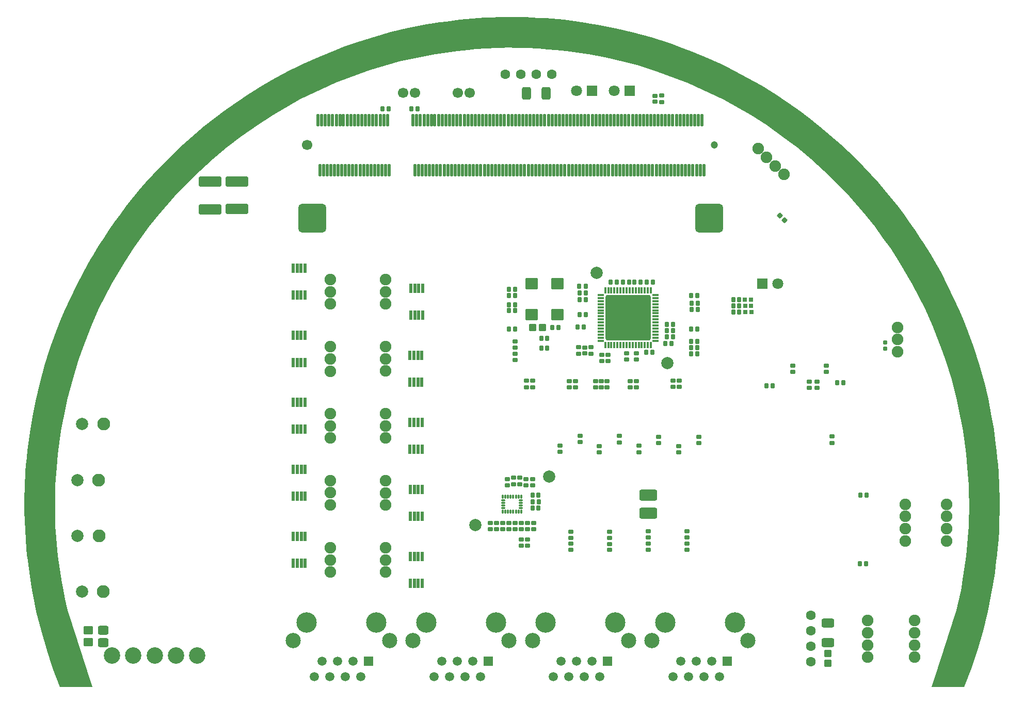
<source format=gbs>
G04*
G04 #@! TF.GenerationSoftware,Altium Limited,Altium Designer,22.7.1 (60)*
G04*
G04 Layer_Color=16711935*
%FSLAX43Y43*%
%MOMM*%
G71*
G04*
G04 #@! TF.SameCoordinates,BF121B45-6408-4E43-B4A1-C448907F0F72*
G04*
G04*
G04 #@! TF.FilePolarity,Negative*
G04*
G01*
G75*
G04:AMPARAMS|DCode=22|XSize=0.75mm|YSize=0.8mm|CornerRadius=0.131mm|HoleSize=0mm|Usage=FLASHONLY|Rotation=180.000|XOffset=0mm|YOffset=0mm|HoleType=Round|Shape=RoundedRectangle|*
%AMROUNDEDRECTD22*
21,1,0.750,0.538,0,0,180.0*
21,1,0.488,0.800,0,0,180.0*
1,1,0.263,-0.244,0.269*
1,1,0.263,0.244,0.269*
1,1,0.263,0.244,-0.269*
1,1,0.263,-0.244,-0.269*
%
%ADD22ROUNDEDRECTD22*%
G04:AMPARAMS|DCode=23|XSize=0.75mm|YSize=0.8mm|CornerRadius=0.131mm|HoleSize=0mm|Usage=FLASHONLY|Rotation=90.000|XOffset=0mm|YOffset=0mm|HoleType=Round|Shape=RoundedRectangle|*
%AMROUNDEDRECTD23*
21,1,0.750,0.538,0,0,90.0*
21,1,0.488,0.800,0,0,90.0*
1,1,0.263,0.269,0.244*
1,1,0.263,0.269,-0.244*
1,1,0.263,-0.269,-0.244*
1,1,0.263,-0.269,0.244*
%
%ADD23ROUNDEDRECTD23*%
G04:AMPARAMS|DCode=27|XSize=1.2mm|YSize=1.2mm|CornerRadius=0.188mm|HoleSize=0mm|Usage=FLASHONLY|Rotation=90.000|XOffset=0mm|YOffset=0mm|HoleType=Round|Shape=RoundedRectangle|*
%AMROUNDEDRECTD27*
21,1,1.200,0.825,0,0,90.0*
21,1,0.825,1.200,0,0,90.0*
1,1,0.375,0.413,0.413*
1,1,0.375,0.413,-0.413*
1,1,0.375,-0.413,-0.413*
1,1,0.375,-0.413,0.413*
%
%ADD27ROUNDEDRECTD27*%
G04:AMPARAMS|DCode=30|XSize=1.2mm|YSize=1.2mm|CornerRadius=0.188mm|HoleSize=0mm|Usage=FLASHONLY|Rotation=0.000|XOffset=0mm|YOffset=0mm|HoleType=Round|Shape=RoundedRectangle|*
%AMROUNDEDRECTD30*
21,1,1.200,0.825,0,0,0.0*
21,1,0.825,1.200,0,0,0.0*
1,1,0.375,0.413,-0.413*
1,1,0.375,-0.413,-0.413*
1,1,0.375,-0.413,0.413*
1,1,0.375,0.413,0.413*
%
%ADD30ROUNDEDRECTD30*%
G04:AMPARAMS|DCode=35|XSize=1.45mm|YSize=1.65mm|CornerRadius=0.219mm|HoleSize=0mm|Usage=FLASHONLY|Rotation=270.000|XOffset=0mm|YOffset=0mm|HoleType=Round|Shape=RoundedRectangle|*
%AMROUNDEDRECTD35*
21,1,1.450,1.212,0,0,270.0*
21,1,1.013,1.650,0,0,270.0*
1,1,0.438,-0.606,-0.506*
1,1,0.438,-0.606,0.506*
1,1,0.438,0.606,0.506*
1,1,0.438,0.606,-0.506*
%
%ADD35ROUNDEDRECTD35*%
G04:AMPARAMS|DCode=36|XSize=1.7mm|YSize=3.7mm|CornerRadius=0.25mm|HoleSize=0mm|Usage=FLASHONLY|Rotation=270.000|XOffset=0mm|YOffset=0mm|HoleType=Round|Shape=RoundedRectangle|*
%AMROUNDEDRECTD36*
21,1,1.700,3.200,0,0,270.0*
21,1,1.200,3.700,0,0,270.0*
1,1,0.500,-1.600,-0.600*
1,1,0.500,-1.600,0.600*
1,1,0.500,1.600,0.600*
1,1,0.500,1.600,-0.600*
%
%ADD36ROUNDEDRECTD36*%
G04:AMPARAMS|DCode=42|XSize=1.8mm|YSize=2.9mm|CornerRadius=0.263mm|HoleSize=0mm|Usage=FLASHONLY|Rotation=90.000|XOffset=0mm|YOffset=0mm|HoleType=Round|Shape=RoundedRectangle|*
%AMROUNDEDRECTD42*
21,1,1.800,2.375,0,0,90.0*
21,1,1.275,2.900,0,0,90.0*
1,1,0.525,1.188,0.638*
1,1,0.525,1.188,-0.638*
1,1,0.525,-1.188,-0.638*
1,1,0.525,-1.188,0.638*
%
%ADD42ROUNDEDRECTD42*%
G04:AMPARAMS|DCode=55|XSize=0.75mm|YSize=0.8mm|CornerRadius=0.131mm|HoleSize=0mm|Usage=FLASHONLY|Rotation=315.000|XOffset=0mm|YOffset=0mm|HoleType=Round|Shape=RoundedRectangle|*
%AMROUNDEDRECTD55*
21,1,0.750,0.538,0,0,315.0*
21,1,0.488,0.800,0,0,315.0*
1,1,0.263,-0.018,-0.362*
1,1,0.263,-0.362,-0.018*
1,1,0.263,0.018,0.362*
1,1,0.263,0.362,0.018*
%
%ADD55ROUNDEDRECTD55*%
%ADD57C,2.000*%
G04:AMPARAMS|DCode=61|XSize=0.55mm|YSize=1.6mm|CornerRadius=0.106mm|HoleSize=0mm|Usage=FLASHONLY|Rotation=180.000|XOffset=0mm|YOffset=0mm|HoleType=Round|Shape=RoundedRectangle|*
%AMROUNDEDRECTD61*
21,1,0.550,1.388,0,0,180.0*
21,1,0.338,1.600,0,0,180.0*
1,1,0.213,-0.169,0.694*
1,1,0.213,0.169,0.694*
1,1,0.213,0.169,-0.694*
1,1,0.213,-0.169,-0.694*
%
%ADD61ROUNDEDRECTD61*%
G04:AMPARAMS|DCode=62|XSize=1.9mm|YSize=2.1mm|CornerRadius=0.275mm|HoleSize=0mm|Usage=FLASHONLY|Rotation=90.000|XOffset=0mm|YOffset=0mm|HoleType=Round|Shape=RoundedRectangle|*
%AMROUNDEDRECTD62*
21,1,1.900,1.550,0,0,90.0*
21,1,1.350,2.100,0,0,90.0*
1,1,0.550,0.775,0.675*
1,1,0.550,0.775,-0.675*
1,1,0.550,-0.775,-0.675*
1,1,0.550,-0.775,0.675*
%
%ADD62ROUNDEDRECTD62*%
G04:AMPARAMS|DCode=66|XSize=1.45mm|YSize=2mm|CornerRadius=0.219mm|HoleSize=0mm|Usage=FLASHONLY|Rotation=0.000|XOffset=0mm|YOffset=0mm|HoleType=Round|Shape=RoundedRectangle|*
%AMROUNDEDRECTD66*
21,1,1.450,1.563,0,0,0.0*
21,1,1.013,2.000,0,0,0.0*
1,1,0.438,0.506,-0.781*
1,1,0.438,-0.506,-0.781*
1,1,0.438,-0.506,0.781*
1,1,0.438,0.506,0.781*
%
%ADD66ROUNDEDRECTD66*%
%ADD68C,1.508*%
%ADD69R,1.508X1.508*%
%ADD70C,0.100*%
%ADD71C,1.700*%
%ADD72C,2.103*%
%ADD73C,4.100*%
%ADD74C,1.600*%
%ADD75C,1.800*%
%ADD76R,1.800X1.800*%
%ADD77C,2.500*%
%ADD78C,3.350*%
%ADD79C,1.900*%
%ADD80C,2.700*%
%ADD81C,1.200*%
G04:AMPARAMS|DCode=160|XSize=1.05mm|YSize=0.4mm|CornerRadius=0.088mm|HoleSize=0mm|Usage=FLASHONLY|Rotation=0.000|XOffset=0mm|YOffset=0mm|HoleType=Round|Shape=RoundedRectangle|*
%AMROUNDEDRECTD160*
21,1,1.050,0.225,0,0,0.0*
21,1,0.875,0.400,0,0,0.0*
1,1,0.175,0.438,-0.113*
1,1,0.175,-0.438,-0.113*
1,1,0.175,-0.438,0.113*
1,1,0.175,0.438,0.113*
%
%ADD160ROUNDEDRECTD160*%
G04:AMPARAMS|DCode=161|XSize=0.63mm|YSize=0.38mm|CornerRadius=0.085mm|HoleSize=0mm|Usage=FLASHONLY|Rotation=90.000|XOffset=0mm|YOffset=0mm|HoleType=Round|Shape=RoundedRectangle|*
%AMROUNDEDRECTD161*
21,1,0.630,0.210,0,0,90.0*
21,1,0.460,0.380,0,0,90.0*
1,1,0.170,0.105,0.230*
1,1,0.170,0.105,-0.230*
1,1,0.170,-0.105,-0.230*
1,1,0.170,-0.105,0.230*
%
%ADD161ROUNDEDRECTD161*%
G04:AMPARAMS|DCode=162|XSize=0.63mm|YSize=0.38mm|CornerRadius=0.085mm|HoleSize=0mm|Usage=FLASHONLY|Rotation=0.000|XOffset=0mm|YOffset=0mm|HoleType=Round|Shape=RoundedRectangle|*
%AMROUNDEDRECTD162*
21,1,0.630,0.210,0,0,0.0*
21,1,0.460,0.380,0,0,0.0*
1,1,0.170,0.230,-0.105*
1,1,0.170,-0.230,-0.105*
1,1,0.170,-0.230,0.105*
1,1,0.170,0.230,0.105*
%
%ADD162ROUNDEDRECTD162*%
G04:AMPARAMS|DCode=163|XSize=1.6mm|YSize=1.35mm|CornerRadius=0.206mm|HoleSize=0mm|Usage=FLASHONLY|Rotation=180.000|XOffset=0mm|YOffset=0mm|HoleType=Round|Shape=RoundedRectangle|*
%AMROUNDEDRECTD163*
21,1,1.600,0.938,0,0,180.0*
21,1,1.188,1.350,0,0,180.0*
1,1,0.413,-0.594,0.469*
1,1,0.413,0.594,0.469*
1,1,0.413,0.594,-0.469*
1,1,0.413,-0.594,-0.469*
%
%ADD163ROUNDEDRECTD163*%
G04:AMPARAMS|DCode=164|XSize=1.45mm|YSize=2mm|CornerRadius=0.219mm|HoleSize=0mm|Usage=FLASHONLY|Rotation=270.000|XOffset=0mm|YOffset=0mm|HoleType=Round|Shape=RoundedRectangle|*
%AMROUNDEDRECTD164*
21,1,1.450,1.563,0,0,270.0*
21,1,1.013,2.000,0,0,270.0*
1,1,0.438,-0.781,-0.506*
1,1,0.438,-0.781,0.506*
1,1,0.438,0.781,0.506*
1,1,0.438,0.781,-0.506*
%
%ADD164ROUNDEDRECTD164*%
G04:AMPARAMS|DCode=165|XSize=7.4mm|YSize=7.4mm|CornerRadius=0.233mm|HoleSize=0mm|Usage=FLASHONLY|Rotation=270.000|XOffset=0mm|YOffset=0mm|HoleType=Round|Shape=RoundedRectangle|*
%AMROUNDEDRECTD165*
21,1,7.400,6.935,0,0,270.0*
21,1,6.935,7.400,0,0,270.0*
1,1,0.465,-3.468,-3.468*
1,1,0.465,-3.468,3.468*
1,1,0.465,3.468,3.468*
1,1,0.465,3.468,-3.468*
%
%ADD165ROUNDEDRECTD165*%
G04:AMPARAMS|DCode=166|XSize=1.05mm|YSize=0.4mm|CornerRadius=0.088mm|HoleSize=0mm|Usage=FLASHONLY|Rotation=90.000|XOffset=0mm|YOffset=0mm|HoleType=Round|Shape=RoundedRectangle|*
%AMROUNDEDRECTD166*
21,1,1.050,0.225,0,0,90.0*
21,1,0.875,0.400,0,0,90.0*
1,1,0.175,0.113,0.438*
1,1,0.175,0.113,-0.438*
1,1,0.175,-0.113,-0.438*
1,1,0.175,-0.113,0.438*
%
%ADD166ROUNDEDRECTD166*%
G04:AMPARAMS|DCode=167|XSize=0.71mm|YSize=0.7mm|CornerRadius=0.125mm|HoleSize=0mm|Usage=FLASHONLY|Rotation=270.000|XOffset=0mm|YOffset=0mm|HoleType=Round|Shape=RoundedRectangle|*
%AMROUNDEDRECTD167*
21,1,0.710,0.450,0,0,270.0*
21,1,0.460,0.700,0,0,270.0*
1,1,0.250,-0.225,-0.230*
1,1,0.250,-0.225,0.230*
1,1,0.250,0.225,0.230*
1,1,0.250,0.225,-0.230*
%
%ADD167ROUNDEDRECTD167*%
G04:AMPARAMS|DCode=168|XSize=2.1mm|YSize=0.45mm|CornerRadius=0.094mm|HoleSize=0mm|Usage=FLASHONLY|Rotation=270.000|XOffset=0mm|YOffset=0mm|HoleType=Round|Shape=RoundedRectangle|*
%AMROUNDEDRECTD168*
21,1,2.100,0.263,0,0,270.0*
21,1,1.913,0.450,0,0,270.0*
1,1,0.188,-0.131,-0.956*
1,1,0.188,-0.131,0.956*
1,1,0.188,0.131,0.956*
1,1,0.188,0.131,-0.956*
%
%ADD168ROUNDEDRECTD168*%
G04:AMPARAMS|DCode=169|XSize=4.7mm|YSize=4.6mm|CornerRadius=0.613mm|HoleSize=0mm|Usage=FLASHONLY|Rotation=270.000|XOffset=0mm|YOffset=0mm|HoleType=Round|Shape=RoundedRectangle|*
%AMROUNDEDRECTD169*
21,1,4.700,3.375,0,0,270.0*
21,1,3.475,4.600,0,0,270.0*
1,1,1.225,-1.688,-1.738*
1,1,1.225,-1.688,1.738*
1,1,1.225,1.688,1.738*
1,1,1.225,1.688,-1.738*
%
%ADD169ROUNDEDRECTD169*%
G04:AMPARAMS|DCode=170|XSize=0.75mm|YSize=0.75mm|CornerRadius=0.131mm|HoleSize=0mm|Usage=FLASHONLY|Rotation=0.000|XOffset=0mm|YOffset=0mm|HoleType=Round|Shape=RoundedRectangle|*
%AMROUNDEDRECTD170*
21,1,0.750,0.488,0,0,0.0*
21,1,0.488,0.750,0,0,0.0*
1,1,0.263,0.244,-0.244*
1,1,0.263,-0.244,-0.244*
1,1,0.263,-0.244,0.244*
1,1,0.263,0.244,0.244*
%
%ADD170ROUNDEDRECTD170*%
G04:AMPARAMS|DCode=171|XSize=0.9mm|YSize=0.7mm|CornerRadius=0.125mm|HoleSize=0mm|Usage=FLASHONLY|Rotation=270.000|XOffset=0mm|YOffset=0mm|HoleType=Round|Shape=RoundedRectangle|*
%AMROUNDEDRECTD171*
21,1,0.900,0.450,0,0,270.0*
21,1,0.650,0.700,0,0,270.0*
1,1,0.250,-0.225,-0.325*
1,1,0.250,-0.225,0.325*
1,1,0.250,0.225,0.325*
1,1,0.250,0.225,-0.325*
%
%ADD171ROUNDEDRECTD171*%
G36*
X80050Y109972D02*
X82250Y109933D01*
X83350Y109897D01*
X84450Y109838D01*
X85650Y109774D01*
X86550Y109697D01*
X88602Y109514D01*
X90850Y109231D01*
X91950Y109074D01*
X92935Y108915D01*
X94050Y108734D01*
X94942Y108564D01*
X97055Y108144D01*
X99950Y107455D01*
X102778Y106672D01*
X106043Y105650D01*
X107750Y105019D01*
X109336Y104405D01*
X111650Y103453D01*
X112986Y102872D01*
X114150Y102328D01*
X115350Y101754D01*
X116450Y101201D01*
X117750Y100521D01*
X118850Y99924D01*
X121035Y98672D01*
X123301Y97272D01*
X125450Y95836D01*
X127350Y94478D01*
X128850Y93349D01*
X130596Y91972D01*
X133950Y89075D01*
X136482Y86672D01*
X138973Y84072D01*
X140150Y82762D01*
X141250Y81475D01*
X143350Y78871D01*
X144350Y77558D01*
X145250Y76310D01*
X146182Y74972D01*
X147050Y73672D01*
X147629Y72772D01*
X148185Y71872D01*
X148750Y70957D01*
X149205Y70172D01*
X150450Y67957D01*
X151541Y65872D01*
X153444Y61772D01*
X154124Y60172D01*
X154714Y58672D01*
X155308Y57072D01*
X155802Y55672D01*
X156750Y52700D01*
X157565Y49756D01*
X158150Y47281D01*
X158642Y44864D01*
X159087Y42272D01*
X159414Y39940D01*
X159560Y38772D01*
X159668Y37672D01*
X159784Y36372D01*
X159868Y35272D01*
X159998Y32892D01*
X160034Y30872D01*
X160046Y29772D01*
X160030Y28872D01*
X160001Y27272D01*
X159927Y25773D01*
X159842Y24201D01*
X159712Y22763D01*
X159613Y21672D01*
X159498Y20672D01*
X159257Y18772D01*
X158957Y16872D01*
X158793Y15872D01*
X158642Y15072D01*
X158083Y12372D01*
X157308Y9217D01*
X156376Y6000D01*
X155455Y3250D01*
X154212Y-50D01*
X148906Y-50D01*
X149069Y469D01*
X150800Y6000D01*
X152950Y12572D01*
X153365Y14387D01*
X153750Y16272D01*
X153889Y17073D01*
X154078Y18167D01*
X154550Y21472D01*
X154945Y26372D01*
Y27672D01*
X155023Y28872D01*
X154945Y33072D01*
X154750Y36072D01*
X154550Y38172D01*
X154250Y40772D01*
X153960Y42472D01*
X153650Y44072D01*
X152950Y47372D01*
X152150Y50472D01*
X151150Y53672D01*
X150350Y55972D01*
X149050Y59272D01*
X147750Y62172D01*
X145764Y66072D01*
X143482Y69904D01*
X142149Y71983D01*
X140847Y73770D01*
X139541Y75563D01*
X138050Y77472D01*
X135450Y80472D01*
X132302Y83724D01*
X129050Y86672D01*
X126850Y88523D01*
X124450Y90372D01*
X121750Y92263D01*
X119250Y93872D01*
X114735Y96457D01*
X108950Y99172D01*
X103450Y101201D01*
X100550Y102072D01*
X98490Y102632D01*
X95250Y103372D01*
X92550Y103882D01*
X88950Y104405D01*
X87250Y104572D01*
X85950Y104672D01*
X84352Y104795D01*
X82550Y104872D01*
X80050Y104928D01*
Y104950D01*
X77550Y104894D01*
X75748Y104817D01*
X74150Y104694D01*
X72850Y104594D01*
X71150Y104427D01*
X67550Y103904D01*
X64850Y103394D01*
X61610Y102654D01*
X59550Y102094D01*
X56650Y101223D01*
X51150Y99194D01*
X45365Y96479D01*
X40850Y93894D01*
X38350Y92285D01*
X35650Y90394D01*
X33250Y88546D01*
X31050Y86694D01*
X27798Y83746D01*
X24650Y80494D01*
X22050Y77494D01*
X20559Y75585D01*
X19253Y73792D01*
X17952Y72005D01*
X16618Y69926D01*
X14336Y66094D01*
X12350Y62194D01*
X11050Y59294D01*
X9750Y55994D01*
X8950Y53694D01*
X7950Y50494D01*
X7150Y47394D01*
X6450Y44094D01*
X6140Y42494D01*
X5850Y40794D01*
X5550Y38194D01*
X5350Y36094D01*
X5155Y33094D01*
X5077Y28894D01*
X5155Y27694D01*
Y26394D01*
X5550Y21494D01*
X6022Y18189D01*
X6211Y17095D01*
X6350Y16294D01*
X6735Y14409D01*
X7150Y12594D01*
X11249Y-50D01*
X5888D01*
X4730Y3000D01*
X3724Y6000D01*
X2791Y9223D01*
X2017Y12394D01*
X1458Y15094D01*
X1307Y15894D01*
X1143Y16894D01*
X843Y18794D01*
X602Y20694D01*
X487Y21694D01*
X389Y22785D01*
X258Y24223D01*
X173Y25795D01*
X99Y27294D01*
X70Y28894D01*
X54Y29794D01*
X66Y30894D01*
X102Y32914D01*
X232Y35294D01*
X316Y36394D01*
X432Y37694D01*
X540Y38794D01*
X686Y39962D01*
X1013Y42294D01*
X1458Y44886D01*
X1950Y47303D01*
X2535Y49778D01*
X3350Y52722D01*
X4298Y55694D01*
X4792Y57094D01*
X5386Y58694D01*
X5977Y60194D01*
X6656Y61794D01*
X8559Y65894D01*
X9650Y67979D01*
X10895Y70194D01*
X11350Y70979D01*
X11915Y71894D01*
X12471Y72794D01*
X13050Y73694D01*
X13918Y74994D01*
X14850Y76332D01*
X15750Y77580D01*
X16750Y78893D01*
X18850Y81497D01*
X19950Y82784D01*
X21127Y84094D01*
X23618Y86694D01*
X26150Y89097D01*
X29504Y91994D01*
X31250Y93371D01*
X32750Y94500D01*
X34650Y95858D01*
X36799Y97294D01*
X39065Y98694D01*
X41250Y99946D01*
X42350Y100543D01*
X43650Y101223D01*
X44750Y101776D01*
X45950Y102350D01*
X47114Y102894D01*
X48450Y103475D01*
X50764Y104427D01*
X52350Y105041D01*
X54057Y105672D01*
X57322Y106694D01*
X60150Y107477D01*
X63045Y108166D01*
X65158Y108586D01*
X66050Y108756D01*
X67166Y108937D01*
X68150Y109096D01*
X69250Y109253D01*
X71498Y109536D01*
X73550Y109719D01*
X74450Y109796D01*
X75650Y109860D01*
X76750Y109919D01*
X77850Y109955D01*
X80050Y109994D01*
Y109972D01*
D02*
G37*
D22*
X58800Y94901D02*
D03*
X59825D02*
D03*
X63540Y94905D02*
D03*
X64565D02*
D03*
X116332Y61582D02*
D03*
X117332D02*
D03*
Y62582D02*
D03*
X116332D02*
D03*
Y63582D02*
D03*
X117332D02*
D03*
X138161Y20186D02*
D03*
X137136D02*
D03*
X137206Y31511D02*
D03*
X138231D02*
D03*
X84400Y31450D02*
D03*
X83400D02*
D03*
Y29350D02*
D03*
X84400D02*
D03*
X83400Y30395D02*
D03*
X84425D02*
D03*
X134392Y49970D02*
D03*
X133367D02*
D03*
X121750Y49420D02*
D03*
X122775D02*
D03*
X87700Y59032D02*
D03*
X86675D02*
D03*
X79539Y58740D02*
D03*
X80564D02*
D03*
X80575Y61780D02*
D03*
X79550D02*
D03*
Y62771D02*
D03*
X80575D02*
D03*
X79550Y64230D02*
D03*
X80575D02*
D03*
X79555Y65230D02*
D03*
X80580D02*
D03*
X106163Y56412D02*
D03*
X105163D02*
D03*
X103093Y54927D02*
D03*
X102068D02*
D03*
X106488Y57502D02*
D03*
X105463D02*
D03*
X106488Y59502D02*
D03*
X105463D02*
D03*
Y58502D02*
D03*
X106488D02*
D03*
X110450Y54720D02*
D03*
X109425D02*
D03*
Y55720D02*
D03*
X110450D02*
D03*
X109425Y56720D02*
D03*
X110450D02*
D03*
X110475Y58720D02*
D03*
X109450D02*
D03*
X110512Y62974D02*
D03*
X109487D02*
D03*
X109488Y61976D02*
D03*
X110513D02*
D03*
X109425Y64220D02*
D03*
X110450D02*
D03*
X99250Y66442D02*
D03*
X98225D02*
D03*
X101135Y66448D02*
D03*
X100135D02*
D03*
X103165Y66439D02*
D03*
X102140D02*
D03*
X96185Y66446D02*
D03*
X97210D02*
D03*
X90815Y59052D02*
D03*
X91840D02*
D03*
X91127Y61095D02*
D03*
X92152D02*
D03*
X91122Y64663D02*
D03*
X92122D02*
D03*
X92140Y63569D02*
D03*
X91115D02*
D03*
X92115Y65757D02*
D03*
X91090D02*
D03*
D23*
X94700Y49225D02*
D03*
Y50225D02*
D03*
X94390Y39562D02*
D03*
Y38537D02*
D03*
X100849Y38550D02*
D03*
Y39575D02*
D03*
X110680Y41075D02*
D03*
Y40050D02*
D03*
X107376Y39500D02*
D03*
Y38475D02*
D03*
X104124Y41088D02*
D03*
Y40063D02*
D03*
X97649Y40163D02*
D03*
Y41188D02*
D03*
X80568Y26900D02*
D03*
Y25900D02*
D03*
X79544Y25900D02*
D03*
Y26900D02*
D03*
X78524D02*
D03*
Y25900D02*
D03*
X77474Y26900D02*
D03*
Y25900D02*
D03*
X95645Y49210D02*
D03*
Y50235D02*
D03*
X76467Y25875D02*
D03*
Y26875D02*
D03*
X108750Y23550D02*
D03*
Y22550D02*
D03*
X108730Y24575D02*
D03*
Y25600D02*
D03*
X102424Y22550D02*
D03*
Y23550D02*
D03*
X102430Y24575D02*
D03*
Y25600D02*
D03*
X96070Y23475D02*
D03*
Y22475D02*
D03*
X96080Y25475D02*
D03*
Y24450D02*
D03*
X89675Y22500D02*
D03*
Y23500D02*
D03*
X89655Y24475D02*
D03*
Y25500D02*
D03*
X99444Y49190D02*
D03*
Y50215D02*
D03*
X100445Y50215D02*
D03*
Y49190D02*
D03*
X98835Y53782D02*
D03*
Y54782D02*
D03*
X132570Y41100D02*
D03*
Y40075D02*
D03*
X103475Y97050D02*
D03*
Y96050D02*
D03*
X104595Y96044D02*
D03*
Y97069D02*
D03*
X91184Y40176D02*
D03*
Y41201D02*
D03*
X87924Y38563D02*
D03*
Y39588D02*
D03*
X82601Y23175D02*
D03*
Y24175D02*
D03*
X81571D02*
D03*
Y23175D02*
D03*
X83629Y25900D02*
D03*
Y26900D02*
D03*
X82614D02*
D03*
Y25900D02*
D03*
X81595D02*
D03*
Y26900D02*
D03*
X80305Y34325D02*
D03*
Y33300D02*
D03*
X79270Y34125D02*
D03*
Y33100D02*
D03*
X81320Y33300D02*
D03*
Y34325D02*
D03*
X82370Y33100D02*
D03*
Y34125D02*
D03*
X83432D02*
D03*
Y33100D02*
D03*
X131580Y51725D02*
D03*
Y52750D02*
D03*
X128847Y50075D02*
D03*
Y49075D02*
D03*
X130045Y50082D02*
D03*
Y49057D02*
D03*
X126097Y52755D02*
D03*
Y51730D02*
D03*
X107445Y50275D02*
D03*
Y49250D02*
D03*
X106445D02*
D03*
Y50275D02*
D03*
X82455Y50250D02*
D03*
Y49225D02*
D03*
X83455D02*
D03*
Y50250D02*
D03*
X89455Y49200D02*
D03*
Y50225D02*
D03*
X90455D02*
D03*
Y49200D02*
D03*
X93755Y50240D02*
D03*
Y49215D02*
D03*
X80555Y53700D02*
D03*
Y54725D02*
D03*
Y56750D02*
D03*
Y55725D02*
D03*
X90980Y55750D02*
D03*
Y54725D02*
D03*
X92021Y54737D02*
D03*
Y55737D02*
D03*
X93020Y55750D02*
D03*
Y54725D02*
D03*
X94809Y53532D02*
D03*
Y54557D02*
D03*
X95830Y53508D02*
D03*
Y54533D02*
D03*
X100448Y54782D02*
D03*
Y53757D02*
D03*
D27*
X131875Y5500D02*
D03*
Y3900D02*
D03*
D30*
X83400Y58975D02*
D03*
X85000Y58975D02*
D03*
D35*
X12950Y9275D02*
D03*
Y7275D02*
D03*
D36*
X30500Y78425D02*
D03*
X30500Y82925D02*
D03*
X34907Y78442D02*
D03*
Y82942D02*
D03*
D42*
X102420Y28510D02*
D03*
Y31510D02*
D03*
D55*
X124734Y76649D02*
D03*
X124010Y77373D02*
D03*
D57*
X86175Y34525D02*
D03*
X74000Y26560D02*
D03*
X93900Y67975D02*
D03*
X105550Y53182D02*
D03*
X9500Y15670D02*
D03*
X8775Y24825D02*
D03*
X9550Y43200D02*
D03*
X8725Y33975D02*
D03*
D61*
X63375Y21422D02*
D03*
X64025Y21422D02*
D03*
X64675D02*
D03*
X65325Y21422D02*
D03*
X63375Y16972D02*
D03*
X64025Y16972D02*
D03*
X64675Y16972D02*
D03*
X65325D02*
D03*
X63375Y32425D02*
D03*
X64025Y32425D02*
D03*
X64675Y32425D02*
D03*
X65325D02*
D03*
X63375Y27975D02*
D03*
X64025Y27975D02*
D03*
X64675Y27975D02*
D03*
X65325Y27975D02*
D03*
X46118Y20272D02*
D03*
X45468D02*
D03*
X44818D02*
D03*
X44168D02*
D03*
X46118Y24722D02*
D03*
X45468Y24722D02*
D03*
X44818D02*
D03*
X44168Y24722D02*
D03*
X46107Y31300D02*
D03*
X45457Y31300D02*
D03*
X44807Y31300D02*
D03*
X44157D02*
D03*
X46107Y35750D02*
D03*
X45457Y35750D02*
D03*
X44807Y35750D02*
D03*
X44157D02*
D03*
X46105Y42299D02*
D03*
X45455D02*
D03*
X44805D02*
D03*
X44155D02*
D03*
X46105Y46749D02*
D03*
X45455Y46749D02*
D03*
X44805Y46749D02*
D03*
X44155Y46749D02*
D03*
X63320Y43442D02*
D03*
X63970D02*
D03*
X64619D02*
D03*
X65270D02*
D03*
X63320Y38992D02*
D03*
X63970D02*
D03*
X64619Y38992D02*
D03*
X65270Y38992D02*
D03*
X46105Y53274D02*
D03*
X45455D02*
D03*
X44805D02*
D03*
X44155D02*
D03*
X46105Y57724D02*
D03*
X45455Y57724D02*
D03*
X44805D02*
D03*
X44155Y57724D02*
D03*
X63305Y54449D02*
D03*
X63955D02*
D03*
X64605D02*
D03*
X65255D02*
D03*
X63305Y49999D02*
D03*
X63955D02*
D03*
X64605Y49999D02*
D03*
X65255Y49999D02*
D03*
X63460Y65450D02*
D03*
X64110D02*
D03*
X64760Y65450D02*
D03*
X65410Y65450D02*
D03*
X63460Y61000D02*
D03*
X64110Y61000D02*
D03*
X64760Y61000D02*
D03*
X65410D02*
D03*
X46087Y64300D02*
D03*
X45437D02*
D03*
X44787D02*
D03*
X44137D02*
D03*
X46087Y68750D02*
D03*
X45437Y68750D02*
D03*
X44787Y68750D02*
D03*
X44137D02*
D03*
D62*
X87480Y61085D02*
D03*
X83280D02*
D03*
Y66165D02*
D03*
X87480Y66165D02*
D03*
D66*
X82425Y97450D02*
D03*
X85625D02*
D03*
D68*
X55236Y1675D02*
D03*
X86850Y1675D02*
D03*
X94470D02*
D03*
X93199Y4215D02*
D03*
X90659Y4215D02*
D03*
X91930Y1675D02*
D03*
X89390D02*
D03*
X88119Y4215D02*
D03*
X107725D02*
D03*
X108995Y1675D02*
D03*
X111535D02*
D03*
X110265Y4215D02*
D03*
X112805Y4215D02*
D03*
X114075Y1675D02*
D03*
X106455D02*
D03*
X67250Y1675D02*
D03*
X74870D02*
D03*
X73600Y4215D02*
D03*
X71060Y4215D02*
D03*
X72330Y1675D02*
D03*
X69790D02*
D03*
X68520Y4215D02*
D03*
X48886Y4215D02*
D03*
X50156Y1675D02*
D03*
X52696D02*
D03*
X51426Y4215D02*
D03*
X53966Y4215D02*
D03*
X47616Y1675D02*
D03*
D69*
X56506Y4215D02*
D03*
X95739Y4215D02*
D03*
X115345D02*
D03*
X76140Y4215D02*
D03*
D70*
X75122Y99425D02*
D03*
X66150Y99425D02*
D03*
X141400Y61040D02*
D03*
X146475Y31975D02*
D03*
X144201Y12883D02*
D03*
X136475Y12890D02*
D03*
X149450Y31975D02*
D03*
X52168Y16847D02*
D03*
X57375Y24847D02*
D03*
X57375Y35850D02*
D03*
X57381Y46867D02*
D03*
X57380Y57874D02*
D03*
X117646Y88437D02*
D03*
X57385Y68875D02*
D03*
X52162Y60875D02*
D03*
X52180Y38867D02*
D03*
X52175Y27875D02*
D03*
X52180Y49849D02*
D03*
D71*
X73122Y97525D02*
D03*
X71122D02*
D03*
X62150Y97525D02*
D03*
X64150D02*
D03*
X46464Y88957D02*
D03*
D72*
X13000Y15670D02*
D03*
X12275Y24825D02*
D03*
X13050Y43200D02*
D03*
X12225Y33975D02*
D03*
D73*
X2550Y29950D02*
D03*
X12933Y68700D02*
D03*
X41300Y97067D02*
D03*
X80050Y107450D02*
D03*
X118800Y97067D02*
D03*
X147167Y68700D02*
D03*
X157550Y29950D02*
D03*
D74*
X86575Y100609D02*
D03*
X84035D02*
D03*
X81495Y100609D02*
D03*
X78955Y100609D02*
D03*
X129070Y4155D02*
D03*
Y6695D02*
D03*
Y9235D02*
D03*
Y11775D02*
D03*
D75*
X90600Y97850D02*
D03*
X123675Y66226D02*
D03*
X96835Y97850D02*
D03*
D76*
X93140D02*
D03*
X121135Y66226D02*
D03*
X99375Y97850D02*
D03*
D77*
X99170Y7625D02*
D03*
X83420D02*
D03*
X103025D02*
D03*
X118775D02*
D03*
X79570Y7625D02*
D03*
X63820D02*
D03*
X44186Y7625D02*
D03*
X59936D02*
D03*
D78*
X85570Y10575D02*
D03*
X97000Y10575D02*
D03*
X116605D02*
D03*
X105175Y10575D02*
D03*
X65970Y10575D02*
D03*
X77400Y10575D02*
D03*
X57766Y10575D02*
D03*
X46336Y10575D02*
D03*
D79*
X143300Y55040D02*
D03*
Y57040D02*
D03*
Y59040D02*
D03*
X144575Y29975D02*
D03*
Y23975D02*
D03*
Y25975D02*
D03*
Y27975D02*
D03*
X146101Y8883D02*
D03*
Y6883D02*
D03*
Y4883D02*
D03*
Y10883D02*
D03*
X138375Y10890D02*
D03*
Y4890D02*
D03*
Y6890D02*
D03*
Y8890D02*
D03*
X151350Y27975D02*
D03*
Y25975D02*
D03*
Y23975D02*
D03*
Y29975D02*
D03*
X50268Y22847D02*
D03*
X50268Y20847D02*
D03*
Y18847D02*
D03*
X59275D02*
D03*
Y20847D02*
D03*
Y22847D02*
D03*
X59275Y29850D02*
D03*
Y31850D02*
D03*
Y33850D02*
D03*
X59281Y44867D02*
D03*
Y42867D02*
D03*
Y40867D02*
D03*
X59280Y55874D02*
D03*
Y53874D02*
D03*
Y51874D02*
D03*
X120404Y88366D02*
D03*
X124646Y84123D02*
D03*
X123232Y85538D02*
D03*
X121818Y86952D02*
D03*
X59285Y66875D02*
D03*
Y64875D02*
D03*
Y62875D02*
D03*
X50262Y66875D02*
D03*
Y64875D02*
D03*
Y62875D02*
D03*
X50280Y40867D02*
D03*
Y42867D02*
D03*
Y44867D02*
D03*
X50275Y33875D02*
D03*
Y31875D02*
D03*
Y29875D02*
D03*
X50280Y51849D02*
D03*
Y53849D02*
D03*
Y55849D02*
D03*
D80*
X28428Y5125D02*
D03*
X14428D02*
D03*
X17928D02*
D03*
X21428D02*
D03*
X24928D02*
D03*
D81*
X113264Y88957D02*
D03*
D160*
X94585Y58337D02*
D03*
Y58837D02*
D03*
Y64337D02*
D03*
Y63837D02*
D03*
Y63337D02*
D03*
Y62837D02*
D03*
Y62337D02*
D03*
Y61837D02*
D03*
Y61337D02*
D03*
X94585Y60837D02*
D03*
Y60337D02*
D03*
X94585Y59837D02*
D03*
Y59337D02*
D03*
Y57837D02*
D03*
Y57337D02*
D03*
Y56837D02*
D03*
X103585D02*
D03*
Y57337D02*
D03*
Y57837D02*
D03*
Y58337D02*
D03*
Y58837D02*
D03*
Y59337D02*
D03*
Y59837D02*
D03*
X103585Y60337D02*
D03*
Y60837D02*
D03*
X103585Y61337D02*
D03*
Y61837D02*
D03*
Y62337D02*
D03*
Y62837D02*
D03*
Y63337D02*
D03*
Y63837D02*
D03*
Y64337D02*
D03*
D161*
X81540Y31215D02*
D03*
Y28775D02*
D03*
X81110D02*
D03*
X80680D02*
D03*
X80250D02*
D03*
X79820D02*
D03*
X79390D02*
D03*
X78960D02*
D03*
X78530D02*
D03*
Y31215D02*
D03*
X78960D02*
D03*
X79390D02*
D03*
X79820D02*
D03*
X80250D02*
D03*
X80680D02*
D03*
X81110D02*
D03*
D162*
X81505Y30640D02*
D03*
Y30210D02*
D03*
Y29780D02*
D03*
Y29350D02*
D03*
X78565D02*
D03*
Y29780D02*
D03*
Y30210D02*
D03*
Y30640D02*
D03*
D163*
X10553Y9333D02*
D03*
Y7318D02*
D03*
D164*
X131825Y10500D02*
D03*
Y7300D02*
D03*
D165*
X99085Y60587D02*
D03*
D166*
X95335Y56087D02*
D03*
X95835D02*
D03*
X96335D02*
D03*
X96835D02*
D03*
X97335D02*
D03*
X97835D02*
D03*
X98335D02*
D03*
X98835Y56087D02*
D03*
X99335D02*
D03*
X99835Y56087D02*
D03*
X100335D02*
D03*
X100835D02*
D03*
X101335D02*
D03*
X101835D02*
D03*
X102335D02*
D03*
X102835D02*
D03*
Y65087D02*
D03*
X102335D02*
D03*
X101835D02*
D03*
X101335D02*
D03*
X100835D02*
D03*
X100335D02*
D03*
X99835D02*
D03*
X99335Y65087D02*
D03*
X98835D02*
D03*
X98335Y65087D02*
D03*
X97835D02*
D03*
X97335D02*
D03*
X96835D02*
D03*
X96335D02*
D03*
X95835D02*
D03*
X95335D02*
D03*
D167*
X141299Y56525D02*
D03*
Y55525D02*
D03*
D168*
X48214Y93057D02*
D03*
X48514Y84857D02*
D03*
X48814Y93057D02*
D03*
X49114Y84857D02*
D03*
X49414Y93057D02*
D03*
X49714Y84857D02*
D03*
X50014Y93057D02*
D03*
X50314Y84857D02*
D03*
X50614Y93057D02*
D03*
X50914Y84857D02*
D03*
X51214Y93057D02*
D03*
X51514Y84857D02*
D03*
X51814Y93057D02*
D03*
X52114Y84857D02*
D03*
X52364Y93057D02*
D03*
X52714Y84857D02*
D03*
X53014Y93057D02*
D03*
X53314Y84857D02*
D03*
X53614Y93057D02*
D03*
X53914Y84857D02*
D03*
X54214Y93057D02*
D03*
X54514Y84857D02*
D03*
X54814Y93057D02*
D03*
X55114Y84857D02*
D03*
X55414Y93057D02*
D03*
X55714Y84857D02*
D03*
X56014Y93057D02*
D03*
X56314Y84857D02*
D03*
X56614Y93057D02*
D03*
X56914Y84857D02*
D03*
X57214Y93057D02*
D03*
X57514Y84857D02*
D03*
X57814Y93057D02*
D03*
X58114Y84857D02*
D03*
X58414Y93057D02*
D03*
X58714Y84857D02*
D03*
X59014Y93057D02*
D03*
X59314Y84857D02*
D03*
X59614Y93057D02*
D03*
X59914Y84857D02*
D03*
X63814Y93057D02*
D03*
X64114Y84857D02*
D03*
X64414Y93057D02*
D03*
X64714Y84857D02*
D03*
X65014Y93057D02*
D03*
X65314Y84857D02*
D03*
X65614Y93057D02*
D03*
X65914Y84857D02*
D03*
X66214Y93057D02*
D03*
X66514Y84857D02*
D03*
X66814Y93057D02*
D03*
X67114Y84857D02*
D03*
X67364Y93057D02*
D03*
X67714Y84857D02*
D03*
X68014Y93057D02*
D03*
X68314Y84857D02*
D03*
X68614Y93057D02*
D03*
X68914Y84857D02*
D03*
X69214Y93057D02*
D03*
X69514Y84857D02*
D03*
X69814Y93057D02*
D03*
X70114Y84857D02*
D03*
X70414Y93057D02*
D03*
X70714Y84857D02*
D03*
X71014Y93057D02*
D03*
X71314Y84857D02*
D03*
X71614Y93057D02*
D03*
X71914Y84857D02*
D03*
X72214Y93057D02*
D03*
X72514Y84857D02*
D03*
X72814Y93057D02*
D03*
X73114Y84857D02*
D03*
X73414Y93057D02*
D03*
X73714Y84857D02*
D03*
X74014Y93057D02*
D03*
X74314Y84857D02*
D03*
X74614Y93057D02*
D03*
X74914Y84857D02*
D03*
X75214Y93057D02*
D03*
X75514Y84857D02*
D03*
X75814Y93057D02*
D03*
X76114Y84857D02*
D03*
X76414Y93057D02*
D03*
X76714Y84857D02*
D03*
X77014Y93057D02*
D03*
X77314Y84857D02*
D03*
X77614Y93057D02*
D03*
X77914Y84857D02*
D03*
X78214Y93057D02*
D03*
X78514Y84857D02*
D03*
X78814Y93057D02*
D03*
X79114Y84857D02*
D03*
X79414Y93057D02*
D03*
X79714Y84857D02*
D03*
X80014Y93057D02*
D03*
X80314Y84857D02*
D03*
X80614Y93057D02*
D03*
X80914Y84857D02*
D03*
X81214Y93057D02*
D03*
X81514Y84857D02*
D03*
X81814Y93057D02*
D03*
X82114Y84857D02*
D03*
X82414Y93057D02*
D03*
X82714Y84857D02*
D03*
X83014Y93057D02*
D03*
X83314Y84857D02*
D03*
X83614Y93057D02*
D03*
X83914Y84857D02*
D03*
X84214Y93057D02*
D03*
X84514Y84857D02*
D03*
X84814Y93057D02*
D03*
X85114Y84857D02*
D03*
X85414Y93057D02*
D03*
X85714Y84857D02*
D03*
X86014Y93057D02*
D03*
X86314Y84857D02*
D03*
X86614Y93057D02*
D03*
X86914Y84857D02*
D03*
X87214Y93057D02*
D03*
X87514Y84857D02*
D03*
X87814Y93057D02*
D03*
X88114Y84857D02*
D03*
X88414Y93057D02*
D03*
X88714Y84857D02*
D03*
X89014Y93057D02*
D03*
X89314Y84857D02*
D03*
X89614Y93057D02*
D03*
X89914Y84857D02*
D03*
X90214Y93057D02*
D03*
X90514Y84857D02*
D03*
X90814Y93057D02*
D03*
X91114Y84857D02*
D03*
X91414Y93057D02*
D03*
X91714Y84857D02*
D03*
X92014Y93057D02*
D03*
X92314Y84857D02*
D03*
X92614Y93057D02*
D03*
X92914Y84857D02*
D03*
X93214Y93057D02*
D03*
X93514Y84857D02*
D03*
X93814Y93057D02*
D03*
X94114Y84857D02*
D03*
X94414Y93057D02*
D03*
X94714Y84857D02*
D03*
X95014Y93057D02*
D03*
X95314Y84857D02*
D03*
X95614Y93057D02*
D03*
X95914Y84857D02*
D03*
X96214Y93057D02*
D03*
X96514Y84857D02*
D03*
X96814Y93057D02*
D03*
X97114Y84857D02*
D03*
X97414Y93057D02*
D03*
X97714Y84857D02*
D03*
X98014Y93057D02*
D03*
X98314Y84857D02*
D03*
X98614Y93057D02*
D03*
X98914Y84857D02*
D03*
X99214Y93057D02*
D03*
X99514Y84857D02*
D03*
X99814Y93057D02*
D03*
X100114Y84857D02*
D03*
X100414Y93057D02*
D03*
X100714Y84857D02*
D03*
X101014Y93057D02*
D03*
X101314Y84857D02*
D03*
X101614Y93057D02*
D03*
X101914Y84857D02*
D03*
X102214Y93057D02*
D03*
X102514Y84857D02*
D03*
X102814Y93057D02*
D03*
X103114Y84857D02*
D03*
X103414Y93057D02*
D03*
X103714Y84857D02*
D03*
X104014Y93057D02*
D03*
X104314Y84857D02*
D03*
X104614Y93057D02*
D03*
X104914Y84857D02*
D03*
X105214Y93057D02*
D03*
X105514Y84857D02*
D03*
X105814Y93057D02*
D03*
X106114Y84857D02*
D03*
X106414Y93057D02*
D03*
X106714Y84857D02*
D03*
X107014Y93057D02*
D03*
X107314Y84857D02*
D03*
X107614Y93057D02*
D03*
X107914Y84857D02*
D03*
X108214Y93057D02*
D03*
X108514Y84857D02*
D03*
X108814Y93057D02*
D03*
X109114Y84857D02*
D03*
X109414Y93057D02*
D03*
X109714Y84857D02*
D03*
X110014Y93057D02*
D03*
X110314Y84857D02*
D03*
X110614Y93057D02*
D03*
X110914Y84857D02*
D03*
X111214Y93057D02*
D03*
X111514Y84857D02*
D03*
D169*
X47314Y76957D02*
D03*
X112414D02*
D03*
D170*
X119299Y61579D02*
D03*
X118299D02*
D03*
X119274Y62600D02*
D03*
X118274D02*
D03*
X119269Y63600D02*
D03*
X118269D02*
D03*
D171*
X84900Y57262D02*
D03*
Y55612D02*
D03*
X85810D02*
D03*
Y57262D02*
D03*
M02*

</source>
